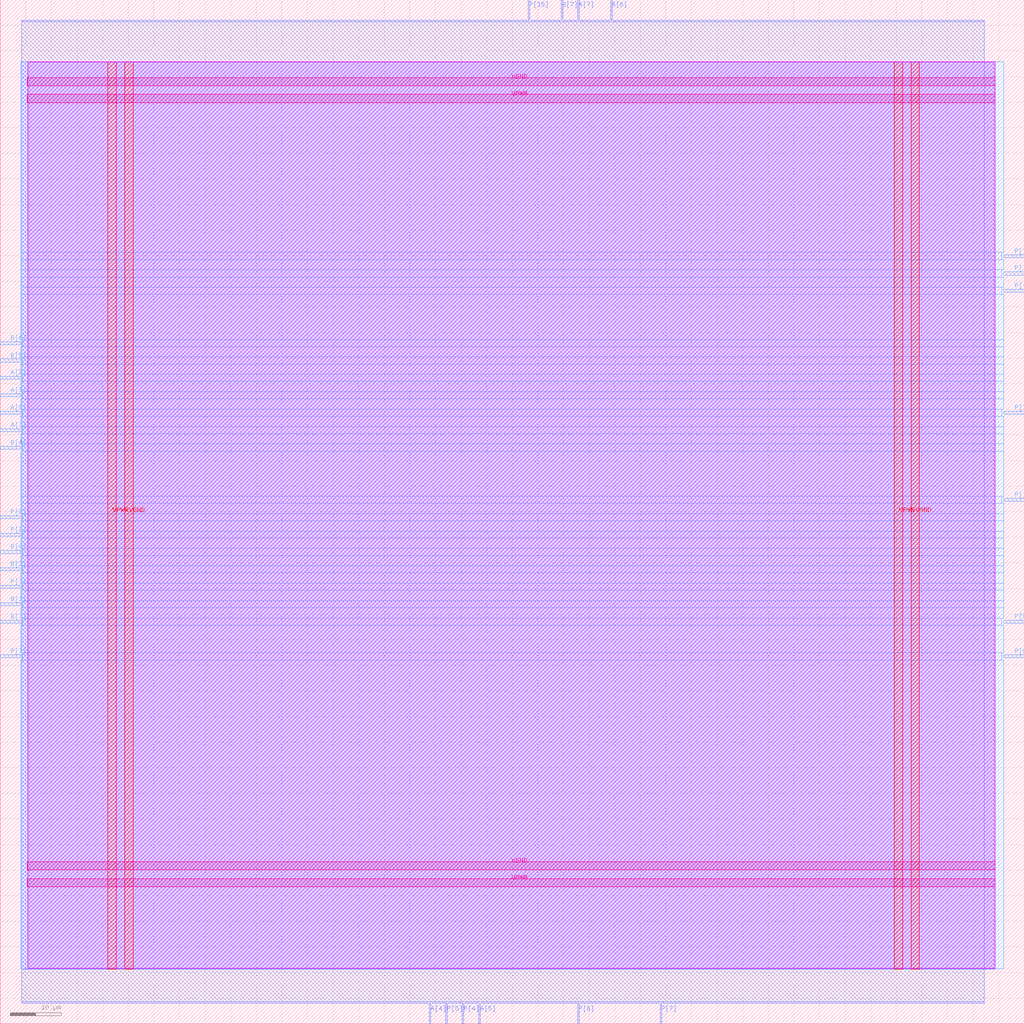
<source format=lef>
VERSION 5.7 ;
  NOWIREEXTENSIONATPIN ON ;
  DIVIDERCHAR "/" ;
  BUSBITCHARS "[]" ;
MACRO mult8_2bits_1op_e173492
  CLASS BLOCK ;
  FOREIGN mult8_2bits_1op_e173492 ;
  ORIGIN 0.000 0.000 ;
  SIZE 200.000 BY 200.000 ;
  PIN A[0]
    DIRECTION INPUT ;
    USE SIGNAL ;
    ANTENNAGATEAREA 0.196500 ;
    PORT
      LAYER met3 ;
        RECT 0.000 119.040 4.000 119.640 ;
    END
  END A[0]
  PIN A[1]
    DIRECTION INPUT ;
    USE SIGNAL ;
    ANTENNAGATEAREA 0.196500 ;
    PORT
      LAYER met3 ;
        RECT 0.000 115.640 4.000 116.240 ;
    END
  END A[1]
  PIN A[2]
    DIRECTION INPUT ;
    USE SIGNAL ;
    ANTENNAGATEAREA 0.495000 ;
    PORT
      LAYER met3 ;
        RECT 0.000 125.840 4.000 126.440 ;
    END
  END A[2]
  PIN A[3]
    DIRECTION INPUT ;
    USE SIGNAL ;
    ANTENNAGATEAREA 0.159000 ;
    PORT
      LAYER met3 ;
        RECT 0.000 122.440 4.000 123.040 ;
    END
  END A[3]
  PIN A[4]
    DIRECTION INPUT ;
    USE SIGNAL ;
    ANTENNAGATEAREA 0.213000 ;
    PORT
      LAYER met2 ;
        RECT 83.810 0.000 84.090 4.000 ;
    END
  END A[4]
  PIN A[5]
    DIRECTION INPUT ;
    USE SIGNAL ;
    ANTENNAGATEAREA 0.159000 ;
    PORT
      LAYER met2 ;
        RECT 93.470 0.000 93.750 4.000 ;
    END
  END A[5]
  PIN A[6]
    DIRECTION INPUT ;
    USE SIGNAL ;
    ANTENNAGATEAREA 0.213000 ;
    PORT
      LAYER met2 ;
        RECT 119.230 196.000 119.510 200.000 ;
    END
  END A[6]
  PIN A[7]
    DIRECTION INPUT ;
    USE SIGNAL ;
    ANTENNAGATEAREA 0.159000 ;
    PORT
      LAYER met2 ;
        RECT 112.790 196.000 113.070 200.000 ;
    END
  END A[7]
  PIN B[0]
    DIRECTION INPUT ;
    USE SIGNAL ;
    ANTENNAGATEAREA 0.495000 ;
    PORT
      LAYER met3 ;
        RECT 0.000 91.840 4.000 92.440 ;
    END
  END B[0]
  PIN B[1]
    DIRECTION INPUT ;
    USE SIGNAL ;
    ANTENNAGATEAREA 0.247500 ;
    PORT
      LAYER met3 ;
        RECT 0.000 78.240 4.000 78.840 ;
    END
  END B[1]
  PIN B[2]
    DIRECTION INPUT ;
    USE SIGNAL ;
    ANTENNAGATEAREA 0.742500 ;
    PORT
      LAYER met3 ;
        RECT 0.000 88.440 4.000 89.040 ;
    END
  END B[2]
  PIN B[3]
    DIRECTION INPUT ;
    USE SIGNAL ;
    ANTENNAGATEAREA 0.213000 ;
    PORT
      LAYER met3 ;
        RECT 0.000 81.640 4.000 82.240 ;
    END
  END B[3]
  PIN B[4]
    DIRECTION INPUT ;
    USE SIGNAL ;
    ANTENNAGATEAREA 0.213000 ;
    PORT
      LAYER met3 ;
        RECT 0.000 112.240 4.000 112.840 ;
    END
  END B[4]
  PIN B[5]
    DIRECTION INPUT ;
    USE SIGNAL ;
    ANTENNAGATEAREA 0.742500 ;
    PORT
      LAYER met3 ;
        RECT 0.000 129.240 4.000 129.840 ;
    END
  END B[5]
  PIN B[6]
    DIRECTION INPUT ;
    USE SIGNAL ;
    ANTENNAGATEAREA 0.247500 ;
    PORT
      LAYER met3 ;
        RECT 0.000 132.640 4.000 133.240 ;
    END
  END B[6]
  PIN B[7]
    DIRECTION INPUT ;
    USE SIGNAL ;
    ANTENNAGATEAREA 0.213000 ;
    PORT
      LAYER met2 ;
        RECT 109.570 196.000 109.850 200.000 ;
    END
  END B[7]
  PIN P[0]
    DIRECTION OUTPUT ;
    USE SIGNAL ;
    ANTENNADIFFAREA 0.445500 ;
    PORT
      LAYER met3 ;
        RECT 0.000 98.640 4.000 99.240 ;
    END
  END P[0]
  PIN P[10]
    DIRECTION OUTPUT ;
    USE SIGNAL ;
    ANTENNADIFFAREA 1.336500 ;
    PORT
      LAYER met3 ;
        RECT 196.000 102.040 200.000 102.640 ;
    END
  END P[10]
  PIN P[11]
    DIRECTION OUTPUT ;
    USE SIGNAL ;
    ANTENNADIFFAREA 1.336500 ;
    PORT
      LAYER met3 ;
        RECT 196.000 119.040 200.000 119.640 ;
    END
  END P[11]
  PIN P[12]
    DIRECTION OUTPUT ;
    USE SIGNAL ;
    ANTENNADIFFAREA 0.891000 ;
    PORT
      LAYER met3 ;
        RECT 196.000 142.840 200.000 143.440 ;
    END
  END P[12]
  PIN P[13]
    DIRECTION OUTPUT ;
    USE SIGNAL ;
    ANTENNADIFFAREA 1.336500 ;
    PORT
      LAYER met3 ;
        RECT 196.000 146.240 200.000 146.840 ;
    END
  END P[13]
  PIN P[14]
    DIRECTION OUTPUT ;
    USE SIGNAL ;
    ANTENNADIFFAREA 1.336500 ;
    PORT
      LAYER met3 ;
        RECT 196.000 149.640 200.000 150.240 ;
    END
  END P[14]
  PIN P[15]
    DIRECTION OUTPUT ;
    USE SIGNAL ;
    ANTENNADIFFAREA 1.782000 ;
    PORT
      LAYER met2 ;
        RECT 103.130 196.000 103.410 200.000 ;
    END
  END P[15]
  PIN P[1]
    DIRECTION OUTPUT ;
    USE SIGNAL ;
    ANTENNADIFFAREA 0.445500 ;
    PORT
      LAYER met3 ;
        RECT 0.000 85.040 4.000 85.640 ;
    END
  END P[1]
  PIN P[2]
    DIRECTION OUTPUT ;
    USE SIGNAL ;
    ANTENNADIFFAREA 0.445500 ;
    PORT
      LAYER met3 ;
        RECT 0.000 95.240 4.000 95.840 ;
    END
  END P[2]
  PIN P[3]
    DIRECTION OUTPUT ;
    USE SIGNAL ;
    ANTENNADIFFAREA 0.445500 ;
    PORT
      LAYER met3 ;
        RECT 0.000 71.440 4.000 72.040 ;
    END
  END P[3]
  PIN P[4]
    DIRECTION OUTPUT ;
    USE SIGNAL ;
    ANTENNADIFFAREA 0.445500 ;
    PORT
      LAYER met2 ;
        RECT 90.250 0.000 90.530 4.000 ;
    END
  END P[4]
  PIN P[5]
    DIRECTION OUTPUT ;
    USE SIGNAL ;
    ANTENNADIFFAREA 0.445500 ;
    PORT
      LAYER met2 ;
        RECT 87.030 0.000 87.310 4.000 ;
    END
  END P[5]
  PIN P[6]
    DIRECTION OUTPUT ;
    USE SIGNAL ;
    ANTENNADIFFAREA 0.445500 ;
    PORT
      LAYER met2 ;
        RECT 112.790 0.000 113.070 4.000 ;
    END
  END P[6]
  PIN P[7]
    DIRECTION OUTPUT ;
    USE SIGNAL ;
    ANTENNADIFFAREA 0.445500 ;
    PORT
      LAYER met2 ;
        RECT 128.890 0.000 129.170 4.000 ;
    END
  END P[7]
  PIN P[8]
    DIRECTION OUTPUT ;
    USE SIGNAL ;
    ANTENNADIFFAREA 0.891000 ;
    PORT
      LAYER met3 ;
        RECT 196.000 71.440 200.000 72.040 ;
    END
  END P[8]
  PIN P[9]
    DIRECTION OUTPUT ;
    USE SIGNAL ;
    ANTENNADIFFAREA 1.336500 ;
    PORT
      LAYER met3 ;
        RECT 196.000 78.240 200.000 78.840 ;
    END
  END P[9]
  PIN VGND
    DIRECTION INOUT ;
    USE GROUND ;
    PORT
      LAYER met4 ;
        RECT 24.340 10.640 25.940 187.920 ;
    END
    PORT
      LAYER met4 ;
        RECT 177.940 10.640 179.540 187.920 ;
    END
    PORT
      LAYER met5 ;
        RECT 5.280 30.030 194.360 31.630 ;
    END
    PORT
      LAYER met5 ;
        RECT 5.280 183.210 194.360 184.810 ;
    END
  END VGND
  PIN VPWR
    DIRECTION INOUT ;
    USE POWER ;
    PORT
      LAYER met4 ;
        RECT 21.040 10.640 22.640 187.920 ;
    END
    PORT
      LAYER met4 ;
        RECT 174.640 10.640 176.240 187.920 ;
    END
    PORT
      LAYER met5 ;
        RECT 5.280 26.730 194.360 28.330 ;
    END
    PORT
      LAYER met5 ;
        RECT 5.280 179.910 194.360 181.510 ;
    END
  END VPWR
  OBS
      LAYER nwell ;
        RECT 5.330 10.795 194.310 187.870 ;
      LAYER li1 ;
        RECT 5.520 10.795 194.120 187.765 ;
      LAYER met1 ;
        RECT 4.210 10.640 194.120 187.920 ;
      LAYER met2 ;
        RECT 4.230 195.720 102.850 196.000 ;
        RECT 103.690 195.720 109.290 196.000 ;
        RECT 110.130 195.720 112.510 196.000 ;
        RECT 113.350 195.720 118.950 196.000 ;
        RECT 119.790 195.720 192.190 196.000 ;
        RECT 4.230 4.280 192.190 195.720 ;
        RECT 4.230 4.000 83.530 4.280 ;
        RECT 84.370 4.000 86.750 4.280 ;
        RECT 87.590 4.000 89.970 4.280 ;
        RECT 90.810 4.000 93.190 4.280 ;
        RECT 94.030 4.000 112.510 4.280 ;
        RECT 113.350 4.000 128.610 4.280 ;
        RECT 129.450 4.000 192.190 4.280 ;
      LAYER met3 ;
        RECT 3.990 150.640 196.000 187.845 ;
        RECT 3.990 149.240 195.600 150.640 ;
        RECT 3.990 147.240 196.000 149.240 ;
        RECT 3.990 145.840 195.600 147.240 ;
        RECT 3.990 143.840 196.000 145.840 ;
        RECT 3.990 142.440 195.600 143.840 ;
        RECT 3.990 133.640 196.000 142.440 ;
        RECT 4.400 132.240 196.000 133.640 ;
        RECT 3.990 130.240 196.000 132.240 ;
        RECT 4.400 128.840 196.000 130.240 ;
        RECT 3.990 126.840 196.000 128.840 ;
        RECT 4.400 125.440 196.000 126.840 ;
        RECT 3.990 123.440 196.000 125.440 ;
        RECT 4.400 122.040 196.000 123.440 ;
        RECT 3.990 120.040 196.000 122.040 ;
        RECT 4.400 118.640 195.600 120.040 ;
        RECT 3.990 116.640 196.000 118.640 ;
        RECT 4.400 115.240 196.000 116.640 ;
        RECT 3.990 113.240 196.000 115.240 ;
        RECT 4.400 111.840 196.000 113.240 ;
        RECT 3.990 103.040 196.000 111.840 ;
        RECT 3.990 101.640 195.600 103.040 ;
        RECT 3.990 99.640 196.000 101.640 ;
        RECT 4.400 98.240 196.000 99.640 ;
        RECT 3.990 96.240 196.000 98.240 ;
        RECT 4.400 94.840 196.000 96.240 ;
        RECT 3.990 92.840 196.000 94.840 ;
        RECT 4.400 91.440 196.000 92.840 ;
        RECT 3.990 89.440 196.000 91.440 ;
        RECT 4.400 88.040 196.000 89.440 ;
        RECT 3.990 86.040 196.000 88.040 ;
        RECT 4.400 84.640 196.000 86.040 ;
        RECT 3.990 82.640 196.000 84.640 ;
        RECT 4.400 81.240 196.000 82.640 ;
        RECT 3.990 79.240 196.000 81.240 ;
        RECT 4.400 77.840 195.600 79.240 ;
        RECT 3.990 72.440 196.000 77.840 ;
        RECT 4.400 71.040 195.600 72.440 ;
        RECT 3.990 10.715 196.000 71.040 ;
  END
END mult8_2bits_1op_e173492
END LIBRARY


</source>
